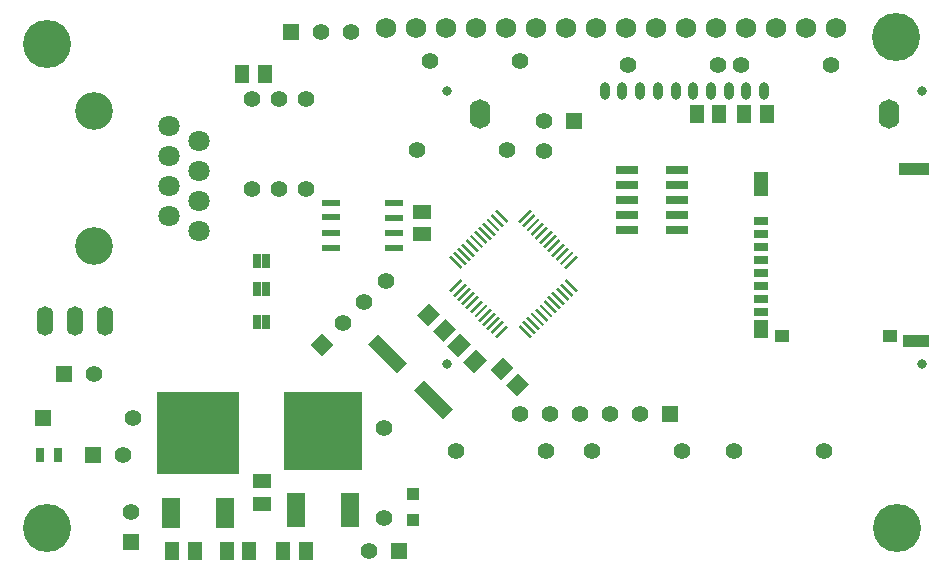
<source format=gts>
G04 (created by PCBNEW (2013-05-18 BZR 4017)-stable) date Tue 31 Dec 2013 13:11:11 CST*
%MOIN*%
G04 Gerber Fmt 3.4, Leading zero omitted, Abs format*
%FSLAX34Y34*%
G01*
G70*
G90*
G04 APERTURE LIST*
%ADD10C,0.00590551*%
%ADD11R,0.0456693X0.0314961*%
%ADD12R,0.0456693X0.0629921*%
%ADD13R,0.0456693X0.0787402*%
%ADD14R,0.0492126X0.0413386*%
%ADD15R,0.0984252X0.0393701*%
%ADD16R,0.0866142X0.0393701*%
%ADD17C,0.055*%
%ADD18R,0.0393701X0.0393701*%
%ADD19C,0.069*%
%ADD20R,0.26378X0.26378*%
%ADD21R,0.0629921X0.11811*%
%ADD22R,0.0512X0.059*%
%ADD23R,0.059X0.0512*%
%ADD24C,0.16*%
%ADD25R,0.275591X0.275591*%
%ADD26R,0.0590551X0.0984252*%
%ADD27R,0.055X0.055*%
%ADD28R,0.0728346X0.0291339*%
%ADD29R,0.0610236X0.023622*%
%ADD30R,0.0295276X0.0492126*%
%ADD31R,0.025X0.045*%
%ADD32O,0.0551181X0.0984252*%
%ADD33R,0.056X0.056*%
%ADD34C,0.056*%
%ADD35C,0.0708661*%
%ADD36C,0.125984*%
%ADD37O,0.0688976X0.0984252*%
%ADD38C,0.0314961*%
%ADD39O,0.0314961X0.0590551*%
G04 APERTURE END LIST*
G54D10*
G54D11*
X69291Y-42716D03*
X69291Y-43149D03*
X69291Y-43582D03*
X69291Y-44015D03*
X69291Y-44448D03*
X69291Y-44881D03*
X69291Y-45314D03*
X69291Y-45748D03*
G54D12*
X69291Y-46338D03*
G54D13*
X69291Y-41492D03*
G54D14*
X69978Y-46568D03*
X73570Y-46568D03*
G54D15*
X74377Y-40984D03*
G54D16*
X74437Y-46732D03*
G54D17*
X53228Y-38657D03*
X53228Y-41657D03*
X54133Y-41657D03*
X54133Y-38657D03*
X52322Y-41657D03*
X52322Y-38657D03*
X56732Y-49641D03*
X56732Y-52641D03*
G54D18*
X57677Y-52677D03*
X57677Y-51811D03*
G54D19*
X71800Y-36300D03*
X70800Y-36300D03*
X69800Y-36300D03*
X68800Y-36300D03*
X67800Y-36300D03*
X66800Y-36300D03*
X65800Y-36300D03*
X64800Y-36300D03*
X63800Y-36300D03*
X62800Y-36300D03*
X61800Y-36300D03*
X60800Y-36300D03*
X59800Y-36300D03*
X58800Y-36300D03*
X57800Y-36300D03*
X56800Y-36300D03*
G54D20*
X54685Y-49724D03*
G54D21*
X55590Y-52342D03*
X53779Y-52342D03*
G54D10*
G36*
X56178Y-46827D02*
X56512Y-46493D01*
X57487Y-47467D01*
X57153Y-47802D01*
X56178Y-46827D01*
X56178Y-46827D01*
G37*
G36*
X57709Y-48358D02*
X58043Y-48024D01*
X59018Y-48999D01*
X58684Y-49333D01*
X57709Y-48358D01*
X57709Y-48358D01*
G37*
G54D22*
X51475Y-53740D03*
X52225Y-53740D03*
G54D10*
G36*
X58340Y-46395D02*
X58757Y-45977D01*
X59119Y-46339D01*
X58702Y-46757D01*
X58340Y-46395D01*
X58340Y-46395D01*
G37*
G36*
X57809Y-45864D02*
X58226Y-45447D01*
X58589Y-45809D01*
X58171Y-46226D01*
X57809Y-45864D01*
X57809Y-45864D01*
G37*
G36*
X59612Y-46833D02*
X59195Y-47250D01*
X58833Y-46888D01*
X59250Y-46471D01*
X59612Y-46833D01*
X59612Y-46833D01*
G37*
G36*
X60142Y-47363D02*
X59725Y-47780D01*
X59363Y-47418D01*
X59780Y-47001D01*
X60142Y-47363D01*
X60142Y-47363D01*
G37*
G54D23*
X57992Y-42420D03*
X57992Y-43170D03*
G54D10*
G36*
X61029Y-47620D02*
X60612Y-48037D01*
X60250Y-47675D01*
X60667Y-47258D01*
X61029Y-47620D01*
X61029Y-47620D01*
G37*
G36*
X61560Y-48150D02*
X61143Y-48568D01*
X60781Y-48206D01*
X61198Y-47788D01*
X61560Y-48150D01*
X61560Y-48150D01*
G37*
G54D23*
X52637Y-51396D03*
X52637Y-52146D03*
G54D22*
X49664Y-53740D03*
X50414Y-53740D03*
X54115Y-53740D03*
X53365Y-53740D03*
X51987Y-37834D03*
X52737Y-37834D03*
G54D24*
X73818Y-52952D03*
X45472Y-52952D03*
X45472Y-36811D03*
X73800Y-36600D03*
G54D25*
X50511Y-49803D03*
G54D26*
X49606Y-52460D03*
X51417Y-52460D03*
G54D27*
X46035Y-47834D03*
G54D17*
X47035Y-47834D03*
G54D27*
X48267Y-53413D03*
G54D17*
X48267Y-52413D03*
G54D27*
X57232Y-53740D03*
G54D17*
X56232Y-53740D03*
X59129Y-50393D03*
X62129Y-50393D03*
X63657Y-50393D03*
X66657Y-50393D03*
X68381Y-50393D03*
X71381Y-50393D03*
X57830Y-40354D03*
X60830Y-40354D03*
G54D28*
X66486Y-41527D03*
X66486Y-42027D03*
X66486Y-42527D03*
X66486Y-43027D03*
X64812Y-41027D03*
X64812Y-41527D03*
X64812Y-42027D03*
X64812Y-42527D03*
X64812Y-43027D03*
X66486Y-41027D03*
G54D27*
X63059Y-39381D03*
G54D17*
X62059Y-39381D03*
X62059Y-40381D03*
G54D29*
X57047Y-43122D03*
X57047Y-42622D03*
X57047Y-42122D03*
X54960Y-43622D03*
X54960Y-43122D03*
X54960Y-42598D03*
X54960Y-42122D03*
X57047Y-43622D03*
G54D17*
X61244Y-37401D03*
X58244Y-37401D03*
G54D22*
X67144Y-39173D03*
X67894Y-39173D03*
X68719Y-39173D03*
X69469Y-39173D03*
G54D30*
X52490Y-46102D03*
X52785Y-46102D03*
X52490Y-45000D03*
X52785Y-45000D03*
X52490Y-44055D03*
X52785Y-44055D03*
G54D31*
X45851Y-50511D03*
X45251Y-50511D03*
G54D27*
X66240Y-49173D03*
G54D17*
X65240Y-49173D03*
X64240Y-49173D03*
X63240Y-49173D03*
X62240Y-49173D03*
X61240Y-49173D03*
G54D10*
G36*
X54648Y-47236D02*
X54259Y-46848D01*
X54648Y-46459D01*
X55036Y-46848D01*
X54648Y-47236D01*
X54648Y-47236D01*
G37*
G54D17*
X55355Y-46140D03*
X56062Y-45433D03*
X56769Y-44726D03*
G54D27*
X47019Y-50511D03*
G54D17*
X48019Y-50511D03*
X68618Y-37519D03*
X71618Y-37519D03*
X64838Y-37519D03*
X67838Y-37519D03*
G54D32*
X46417Y-46062D03*
X47401Y-46062D03*
X45433Y-46062D03*
G54D33*
X45350Y-49291D03*
G54D34*
X48350Y-49291D03*
G54D27*
X53606Y-36417D03*
G54D17*
X54606Y-36417D03*
X55606Y-36417D03*
G54D10*
G36*
X59267Y-44649D02*
X59331Y-44713D01*
X58939Y-45104D01*
X58875Y-45040D01*
X59267Y-44649D01*
X59267Y-44649D01*
G37*
G36*
X59406Y-44788D02*
X59470Y-44852D01*
X59079Y-45244D01*
X59015Y-45179D01*
X59406Y-44788D01*
X59406Y-44788D01*
G37*
G36*
X59545Y-44927D02*
X59609Y-44991D01*
X59218Y-45383D01*
X59154Y-45319D01*
X59545Y-44927D01*
X59545Y-44927D01*
G37*
G36*
X59684Y-45066D02*
X59748Y-45130D01*
X59357Y-45522D01*
X59293Y-45458D01*
X59684Y-45066D01*
X59684Y-45066D01*
G37*
G36*
X59824Y-45206D02*
X59888Y-45270D01*
X59496Y-45661D01*
X59432Y-45597D01*
X59824Y-45206D01*
X59824Y-45206D01*
G37*
G36*
X59963Y-45345D02*
X60027Y-45409D01*
X59635Y-45800D01*
X59571Y-45736D01*
X59963Y-45345D01*
X59963Y-45345D01*
G37*
G36*
X60102Y-45484D02*
X60166Y-45548D01*
X59775Y-45939D01*
X59711Y-45875D01*
X60102Y-45484D01*
X60102Y-45484D01*
G37*
G36*
X60241Y-45623D02*
X60305Y-45687D01*
X59914Y-46079D01*
X59850Y-46015D01*
X60241Y-45623D01*
X60241Y-45623D01*
G37*
G36*
X60380Y-45762D02*
X60444Y-45826D01*
X60053Y-46218D01*
X59989Y-46154D01*
X60380Y-45762D01*
X60380Y-45762D01*
G37*
G36*
X60520Y-45902D02*
X60584Y-45966D01*
X60192Y-46357D01*
X60128Y-46293D01*
X60520Y-45902D01*
X60520Y-45902D01*
G37*
G36*
X60659Y-46041D02*
X60723Y-46105D01*
X60331Y-46496D01*
X60267Y-46432D01*
X60659Y-46041D01*
X60659Y-46041D01*
G37*
G36*
X60798Y-46180D02*
X60862Y-46244D01*
X60471Y-46635D01*
X60406Y-46571D01*
X60798Y-46180D01*
X60798Y-46180D01*
G37*
G36*
X61184Y-46244D02*
X61248Y-46180D01*
X61640Y-46571D01*
X61576Y-46635D01*
X61184Y-46244D01*
X61184Y-46244D01*
G37*
G36*
X61323Y-46105D02*
X61388Y-46041D01*
X61779Y-46432D01*
X61715Y-46496D01*
X61323Y-46105D01*
X61323Y-46105D01*
G37*
G36*
X61463Y-45966D02*
X61527Y-45902D01*
X61918Y-46293D01*
X61854Y-46357D01*
X61463Y-45966D01*
X61463Y-45966D01*
G37*
G36*
X61602Y-45826D02*
X61666Y-45762D01*
X62057Y-46154D01*
X61993Y-46218D01*
X61602Y-45826D01*
X61602Y-45826D01*
G37*
G36*
X61741Y-45687D02*
X61805Y-45623D01*
X62197Y-46015D01*
X62133Y-46079D01*
X61741Y-45687D01*
X61741Y-45687D01*
G37*
G36*
X61880Y-45548D02*
X61944Y-45484D01*
X62336Y-45875D01*
X62272Y-45939D01*
X61880Y-45548D01*
X61880Y-45548D01*
G37*
G36*
X62019Y-45409D02*
X62083Y-45345D01*
X62475Y-45736D01*
X62411Y-45800D01*
X62019Y-45409D01*
X62019Y-45409D01*
G37*
G36*
X62159Y-45270D02*
X62223Y-45206D01*
X62614Y-45597D01*
X62550Y-45661D01*
X62159Y-45270D01*
X62159Y-45270D01*
G37*
G36*
X62298Y-45130D02*
X62362Y-45066D01*
X62753Y-45458D01*
X62689Y-45522D01*
X62298Y-45130D01*
X62298Y-45130D01*
G37*
G36*
X62437Y-44991D02*
X62501Y-44927D01*
X62893Y-45319D01*
X62828Y-45383D01*
X62437Y-44991D01*
X62437Y-44991D01*
G37*
G36*
X62576Y-44852D02*
X62640Y-44788D01*
X63032Y-45179D01*
X62968Y-45244D01*
X62576Y-44852D01*
X62576Y-44852D01*
G37*
G36*
X62715Y-44713D02*
X62779Y-44649D01*
X63171Y-45040D01*
X63107Y-45104D01*
X62715Y-44713D01*
X62715Y-44713D01*
G37*
G36*
X62779Y-44327D02*
X62715Y-44262D01*
X63107Y-43871D01*
X63171Y-43935D01*
X62779Y-44327D01*
X62779Y-44327D01*
G37*
G36*
X62640Y-44187D02*
X62576Y-44123D01*
X62968Y-43732D01*
X63032Y-43796D01*
X62640Y-44187D01*
X62640Y-44187D01*
G37*
G36*
X62501Y-44048D02*
X62437Y-43984D01*
X62828Y-43593D01*
X62893Y-43657D01*
X62501Y-44048D01*
X62501Y-44048D01*
G37*
G36*
X62362Y-43909D02*
X62298Y-43845D01*
X62689Y-43453D01*
X62753Y-43518D01*
X62362Y-43909D01*
X62362Y-43909D01*
G37*
G36*
X62223Y-43770D02*
X62159Y-43706D01*
X62550Y-43314D01*
X62614Y-43378D01*
X62223Y-43770D01*
X62223Y-43770D01*
G37*
G36*
X62083Y-43631D02*
X62019Y-43567D01*
X62411Y-43175D01*
X62475Y-43239D01*
X62083Y-43631D01*
X62083Y-43631D01*
G37*
G36*
X61944Y-43491D02*
X61880Y-43427D01*
X62272Y-43036D01*
X62336Y-43100D01*
X61944Y-43491D01*
X61944Y-43491D01*
G37*
G36*
X61805Y-43352D02*
X61741Y-43288D01*
X62133Y-42897D01*
X62197Y-42961D01*
X61805Y-43352D01*
X61805Y-43352D01*
G37*
G36*
X61666Y-43213D02*
X61602Y-43149D01*
X61993Y-42758D01*
X62057Y-42822D01*
X61666Y-43213D01*
X61666Y-43213D01*
G37*
G36*
X61527Y-43074D02*
X61463Y-43010D01*
X61854Y-42618D01*
X61918Y-42682D01*
X61527Y-43074D01*
X61527Y-43074D01*
G37*
G36*
X61388Y-42935D02*
X61323Y-42871D01*
X61715Y-42479D01*
X61779Y-42543D01*
X61388Y-42935D01*
X61388Y-42935D01*
G37*
G36*
X61248Y-42795D02*
X61184Y-42731D01*
X61576Y-42340D01*
X61640Y-42404D01*
X61248Y-42795D01*
X61248Y-42795D01*
G37*
G36*
X60862Y-42731D02*
X60798Y-42795D01*
X60406Y-42404D01*
X60471Y-42340D01*
X60862Y-42731D01*
X60862Y-42731D01*
G37*
G36*
X60723Y-42871D02*
X60659Y-42935D01*
X60267Y-42543D01*
X60331Y-42479D01*
X60723Y-42871D01*
X60723Y-42871D01*
G37*
G36*
X60584Y-43010D02*
X60520Y-43074D01*
X60128Y-42682D01*
X60192Y-42618D01*
X60584Y-43010D01*
X60584Y-43010D01*
G37*
G36*
X60444Y-43149D02*
X60380Y-43213D01*
X59989Y-42822D01*
X60053Y-42758D01*
X60444Y-43149D01*
X60444Y-43149D01*
G37*
G36*
X60305Y-43288D02*
X60241Y-43352D01*
X59850Y-42961D01*
X59914Y-42897D01*
X60305Y-43288D01*
X60305Y-43288D01*
G37*
G36*
X60166Y-43427D02*
X60102Y-43491D01*
X59711Y-43100D01*
X59775Y-43036D01*
X60166Y-43427D01*
X60166Y-43427D01*
G37*
G36*
X60027Y-43567D02*
X59963Y-43631D01*
X59571Y-43239D01*
X59635Y-43175D01*
X60027Y-43567D01*
X60027Y-43567D01*
G37*
G36*
X59888Y-43706D02*
X59824Y-43770D01*
X59432Y-43378D01*
X59496Y-43314D01*
X59888Y-43706D01*
X59888Y-43706D01*
G37*
G36*
X59748Y-43845D02*
X59684Y-43909D01*
X59293Y-43518D01*
X59357Y-43453D01*
X59748Y-43845D01*
X59748Y-43845D01*
G37*
G36*
X59609Y-43984D02*
X59545Y-44048D01*
X59154Y-43657D01*
X59218Y-43593D01*
X59609Y-43984D01*
X59609Y-43984D01*
G37*
G36*
X59470Y-44123D02*
X59406Y-44187D01*
X59015Y-43796D01*
X59079Y-43732D01*
X59470Y-44123D01*
X59470Y-44123D01*
G37*
G36*
X59331Y-44262D02*
X59267Y-44327D01*
X58875Y-43935D01*
X58939Y-43871D01*
X59331Y-44262D01*
X59331Y-44262D01*
G37*
G54D35*
X50550Y-40050D03*
X50550Y-41050D03*
X50550Y-42050D03*
X50550Y-43050D03*
X49550Y-39550D03*
X49550Y-40550D03*
X49550Y-41550D03*
X49550Y-42550D03*
G54D36*
X47050Y-39050D03*
X47050Y-43550D03*
G54D37*
X73543Y-39153D03*
X59921Y-39153D03*
G54D38*
X58818Y-38385D03*
X74645Y-38385D03*
X58818Y-47480D03*
X74645Y-47480D03*
G54D39*
X64074Y-38385D03*
X64665Y-38385D03*
X65255Y-38385D03*
X65846Y-38385D03*
X66437Y-38385D03*
X67027Y-38385D03*
X67618Y-38385D03*
X68208Y-38385D03*
X68799Y-38385D03*
X69389Y-38385D03*
M02*

</source>
